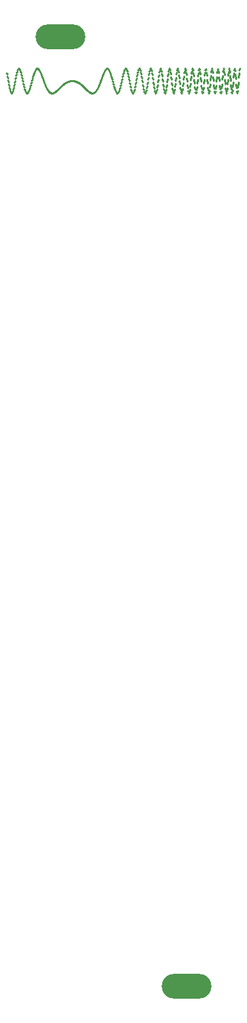
<source format=gtl>
G04 Layer: TopLayer*
G04 EasyEDA v6.5.29, 2023-07-16 15:11:24*
G04 63e7fe2a966c4c1a99b2cd883c34ad4b,5a6b42c53f6a479593ecc07194224c93,10*
G04 Gerber Generator version 0.2*
G04 Scale: 100 percent, Rotated: No, Reflected: No *
G04 Dimensions in millimeters *
G04 leading zeros omitted , absolute positions ,4 integer and 5 decimal *
%FSLAX45Y45*%
%MOMM*%

%ADD10C,0.2540*%
%ADD11O,6.4000126X3.1999936*%

%LPD*%
D10*
X-4229Y12109815D02*
G01*
X4234Y12088850D01*
X4234Y12065848D02*
G01*
X12705Y12041286D01*
X12705Y12016003D02*
G01*
X21170Y11990481D01*
X21170Y11965559D02*
G01*
X29634Y11941683D01*
X29634Y11919612D02*
G01*
X38105Y11899706D01*
X38105Y11882561D02*
G01*
X46570Y11868434D01*
X46570Y11857720D02*
G01*
X55034Y11850545D01*
X55034Y11847065D02*
G01*
X63505Y11847296D01*
X63505Y11851159D02*
G01*
X71970Y11858531D01*
X71970Y11869160D02*
G01*
X80434Y11882798D01*
X80434Y11899038D02*
G01*
X88905Y11917547D01*
X88905Y11937814D02*
G01*
X97370Y11959450D01*
X97370Y11981903D02*
G01*
X105834Y12004756D01*
X105834Y12027463D02*
G01*
X114305Y12049615D01*
X114305Y12070735D02*
G01*
X122770Y12090450D01*
X122770Y12108365D02*
G01*
X131234Y12124176D01*
X131234Y12137603D02*
G01*
X139705Y12148444D01*
X139705Y12156523D02*
G01*
X148170Y12161756D01*
X148170Y12164082D02*
G01*
X156634Y12163511D01*
X156634Y12160120D02*
G01*
X165105Y12154011D01*
X165105Y12145335D02*
G01*
X173570Y12134303D01*
X173570Y12121134D02*
G01*
X182034Y12106107D01*
X182034Y12089488D02*
G01*
X190505Y12071611D01*
X190505Y12052752D02*
G01*
X198970Y12033288D01*
X198970Y12013473D02*
G01*
X207434Y11993699D01*
X207434Y11974202D02*
G01*
X215905Y11955338D01*
X215905Y11937324D02*
G01*
X224370Y11920463D01*
X224370Y11904929D02*
G01*
X232834Y11890976D01*
X232834Y11878716D02*
G01*
X241305Y11868335D01*
X241305Y11859902D02*
G01*
X249770Y11853534D01*
X249770Y11849229D02*
G01*
X258234Y11847034D01*
X258234Y11846918D02*
G01*
X266705Y11848838D01*
X266705Y11852739D02*
G01*
X275170Y11858500D01*
X275170Y11866059D02*
G01*
X283634Y11875218D01*
X283634Y11885896D02*
G01*
X292105Y11897865D01*
X292105Y11911037D02*
G01*
X300570Y11925132D01*
X300570Y11940082D02*
G01*
X309034Y11955574D01*
X309034Y11971553D02*
G01*
X317505Y11987702D01*
X317505Y12003986D02*
G01*
X325970Y12020077D01*
X325970Y12035965D02*
G01*
X334434Y12051339D01*
X334434Y12066209D02*
G01*
X342905Y12080298D01*
X342905Y12093618D02*
G01*
X351370Y12105927D01*
X351370Y12117275D02*
G01*
X359834Y12127445D01*
X359834Y12136493D02*
G01*
X368305Y12144263D01*
X368305Y12150818D02*
G01*
X376770Y12156038D01*
X376770Y12159995D02*
G01*
X385234Y12162637D01*
X385234Y12164001D02*
G01*
X393705Y12164108D01*
X393705Y12162977D02*
G01*
X402170Y12160676D01*
X402170Y12157229D02*
G01*
X410634Y12152734D01*
X410634Y12147189D02*
G01*
X419105Y12140752D01*
X419105Y12133399D02*
G01*
X427570Y12125312D01*
X427570Y12116457D02*
G01*
X436034Y12107037D01*
X436034Y12096998D02*
G01*
X444505Y12086579D01*
X444505Y12075685D02*
G01*
X452970Y12064583D01*
X452970Y12053161D02*
G01*
X461434Y12041690D01*
X461434Y12030044D02*
G01*
X469905Y12018497D01*
X469905Y12006894D02*
G01*
X478370Y11995533D01*
X478370Y11984248D02*
G01*
X486834Y11973303D01*
X486834Y11962531D02*
G01*
X495305Y11952206D01*
X495305Y11942142D02*
G01*
X503770Y11932592D01*
X503770Y11923377D02*
G01*
X512234Y11914733D01*
X512234Y11906478D02*
G01*
X520705Y11898828D01*
X520705Y11891609D02*
G01*
X529170Y11885010D01*
X529170Y11878878D02*
G01*
X537634Y11873364D01*
X537634Y11868335D02*
G01*
X546105Y11863908D01*
X546105Y11859963D02*
G01*
X554570Y11856603D01*
X554570Y11853720D02*
G01*
X563034Y11851388D01*
X563034Y11849521D02*
G01*
X571505Y11848157D01*
X571505Y11847245D02*
G01*
X579970Y11846780D01*
X579970Y11846750D02*
G01*
X588434Y11847116D01*
X588434Y11847878D02*
G01*
X596905Y11848993D01*
X596905Y11850471D02*
G01*
X605370Y11852236D01*
X605370Y11854340D02*
G01*
X613834Y11856676D01*
X613834Y11859313D02*
G01*
X622305Y11862140D01*
X622305Y11865229D02*
G01*
X630770Y11868447D01*
X630770Y11871901D02*
G01*
X639234Y11875442D01*
X639234Y11879181D02*
G01*
X647705Y11882958D01*
X647705Y11886920D02*
G01*
X656170Y11890865D01*
X656170Y11894969D02*
G01*
X664641Y11899026D01*
X664641Y11903212D02*
G01*
X673100Y11907309D01*
X673100Y11911520D02*
G01*
X681570Y11915620D01*
X681570Y11919805D02*
G01*
X690041Y11923854D01*
X690041Y11927972D02*
G01*
X698500Y11931929D01*
X698500Y11935940D02*
G01*
X706970Y11939772D01*
X706970Y11943648D02*
G01*
X715441Y11947319D01*
X715441Y11951035D02*
G01*
X723900Y11954525D01*
X723900Y11958048D02*
G01*
X732370Y11961340D01*
X732370Y11964652D02*
G01*
X740841Y11967728D01*
X740841Y11970816D02*
G01*
X749300Y11973669D01*
X749300Y11976521D02*
G01*
X757770Y11979125D01*
X757770Y11981736D02*
G01*
X766241Y11984093D01*
X766241Y11986455D02*
G01*
X774700Y11988563D01*
X774700Y11990666D02*
G01*
X783170Y11992513D01*
X783170Y11994362D02*
G01*
X791641Y11995942D01*
X791641Y11997524D02*
G01*
X800100Y11998853D01*
X800100Y12000174D02*
G01*
X808570Y12001233D01*
X808570Y12002287D02*
G01*
X817041Y12003082D01*
X817041Y12003874D02*
G01*
X825500Y12004403D01*
X825500Y12004936D02*
G01*
X833970Y12005195D01*
X833970Y12005462D02*
G01*
X842441Y12005462D01*
X842441Y12005462D02*
G01*
X850900Y12005195D01*
X850900Y12004936D02*
G01*
X859370Y12004403D01*
X859370Y12003874D02*
G01*
X867841Y12003082D01*
X867841Y12002287D02*
G01*
X876300Y12001233D01*
X876300Y12000174D02*
G01*
X884770Y11998853D01*
X884770Y11997524D02*
G01*
X893241Y11995942D01*
X893241Y11994362D02*
G01*
X901700Y11992513D01*
X901700Y11990666D02*
G01*
X910170Y11988563D01*
X910170Y11986455D02*
G01*
X918641Y11984093D01*
X918641Y11981743D02*
G01*
X927100Y11979125D01*
X927100Y11976521D02*
G01*
X935570Y11973669D01*
X935570Y11970821D02*
G01*
X944041Y11967728D01*
X944041Y11964652D02*
G01*
X952500Y11961340D01*
X952500Y11958048D02*
G01*
X960970Y11954525D01*
X960970Y11951035D02*
G01*
X969441Y11947319D01*
X969441Y11943648D02*
G01*
X977900Y11939772D01*
X977900Y11935947D02*
G01*
X986370Y11931929D01*
X986370Y11927972D02*
G01*
X994841Y11923854D01*
X994841Y11919805D02*
G01*
X1003300Y11915620D01*
X1003300Y11911520D02*
G01*
X1011770Y11907309D01*
X1011770Y11903212D02*
G01*
X1020241Y11899026D01*
X1020241Y11894969D02*
G01*
X1028700Y11890865D01*
X1028700Y11886920D02*
G01*
X1037170Y11882958D01*
X1037170Y11879181D02*
G01*
X1045641Y11875442D01*
X1045641Y11871901D02*
G01*
X1054100Y11868447D01*
X1054100Y11865229D02*
G01*
X1062570Y11862140D01*
X1062570Y11859318D02*
G01*
X1071041Y11856676D01*
X1071041Y11854340D02*
G01*
X1079500Y11852236D01*
X1079500Y11850471D02*
G01*
X1087970Y11848993D01*
X1087970Y11847878D02*
G01*
X1096441Y11847116D01*
X1096441Y11846750D02*
G01*
X1104900Y11846780D01*
X1104900Y11847245D02*
G01*
X1113370Y11848157D01*
X1113370Y11849521D02*
G01*
X1121841Y11851388D01*
X1121841Y11853720D02*
G01*
X1130300Y11856603D01*
X1130300Y11859958D02*
G01*
X1138770Y11863908D01*
X1138770Y11868330D02*
G01*
X1147241Y11873364D01*
X1147241Y11878871D02*
G01*
X1155700Y11885010D01*
X1155700Y11891601D02*
G01*
X1164170Y11898828D01*
X1164170Y11906465D02*
G01*
X1172641Y11914733D01*
X1172641Y11923364D02*
G01*
X1181100Y11932592D01*
X1181100Y11942130D02*
G01*
X1189570Y11952206D01*
X1189570Y11962513D02*
G01*
X1198041Y11973303D01*
X1198041Y11984230D02*
G01*
X1206500Y11995533D01*
X1206500Y12006877D02*
G01*
X1214970Y12018497D01*
X1214970Y12030019D02*
G01*
X1223441Y12041690D01*
X1223441Y12053138D02*
G01*
X1231900Y12064583D01*
X1231900Y12075665D02*
G01*
X1240370Y12086579D01*
X1240370Y12096973D02*
G01*
X1248841Y12107037D01*
X1248841Y12116432D02*
G01*
X1257300Y12125312D01*
X1257300Y12133379D02*
G01*
X1265770Y12140752D01*
X1265770Y12147179D02*
G01*
X1274241Y12152734D01*
X1274241Y12157217D02*
G01*
X1282700Y12160676D01*
X1282700Y12162972D02*
G01*
X1291170Y12164108D01*
X1291170Y12164001D02*
G01*
X1299641Y12162637D01*
X1299641Y12160008D02*
G01*
X1308100Y12156038D01*
X1308100Y12150836D02*
G01*
X1316570Y12144263D01*
X1316570Y12136518D02*
G01*
X1325041Y12127445D01*
X1325041Y12117306D02*
G01*
X1333500Y12105927D01*
X1333500Y12093661D02*
G01*
X1341970Y12080298D01*
X1341970Y12066259D02*
G01*
X1350441Y12051339D01*
X1350441Y12036016D02*
G01*
X1358900Y12020077D01*
X1358900Y12004042D02*
G01*
X1367370Y11987702D01*
X1367370Y11971616D02*
G01*
X1375841Y11955574D01*
X1375841Y11940138D02*
G01*
X1384300Y11925132D01*
X1384300Y11911093D02*
G01*
X1392770Y11897865D01*
X1392770Y11885947D02*
G01*
X1401241Y11875218D01*
X1401241Y11866090D02*
G01*
X1409700Y11858500D01*
X1409700Y11852757D02*
G01*
X1418170Y11848838D01*
X1418170Y11846923D02*
G01*
X1426641Y11847034D01*
X1426641Y11849211D02*
G01*
X1435100Y11853534D01*
X1435100Y11859872D02*
G01*
X1443570Y11868335D01*
X1443570Y11878660D02*
G01*
X1452041Y11890976D01*
X1452041Y11904855D02*
G01*
X1460500Y11920463D01*
X1460500Y11937237D02*
G01*
X1468970Y11955338D01*
X1468970Y11974103D02*
G01*
X1477441Y11993699D01*
X1477441Y12013369D02*
G01*
X1485900Y12033288D01*
X1485900Y12052653D02*
G01*
X1494370Y12071611D01*
X1494370Y12089389D02*
G01*
X1502841Y12106107D01*
X1502841Y12121052D02*
G01*
X1511300Y12134303D01*
X1511300Y12145274D02*
G01*
X1519770Y12154011D01*
X1519770Y12160095D02*
G01*
X1528241Y12163511D01*
X1528241Y12164087D02*
G01*
X1536700Y12161756D01*
X1536700Y12156567D02*
G01*
X1545170Y12148444D01*
X1545170Y12137684D02*
G01*
X1553641Y12124176D01*
X1553641Y12108477D02*
G01*
X1562100Y12090450D01*
X1562100Y12070877D02*
G01*
X1570570Y12049615D01*
X1570570Y12027618D02*
G01*
X1579041Y12004756D01*
X1579041Y11982066D02*
G01*
X1587500Y11959450D01*
X1587500Y11937969D02*
G01*
X1595970Y11917547D01*
X1595970Y11899168D02*
G01*
X1604441Y11882798D01*
X1604441Y11869254D02*
G01*
X1612900Y11858531D01*
X1612900Y11851203D02*
G01*
X1621370Y11847296D01*
X1621370Y11847052D02*
G01*
X1629841Y11850545D01*
X1629841Y11857644D02*
G01*
X1638300Y11868434D01*
X1638300Y11882432D02*
G01*
X1646770Y11899706D01*
X1646770Y11919427D02*
G01*
X1655241Y11941683D01*
X1655241Y11965348D02*
G01*
X1663700Y11990481D01*
X1663700Y12015774D02*
G01*
X1672170Y12041286D01*
X1672170Y12065632D02*
G01*
X1680641Y12088850D01*
X1680641Y12109635D02*
G01*
X1689100Y12127984D01*
X1689100Y12142848D02*
G01*
X1697570Y12154184D01*
X1697570Y12161316D02*
G01*
X1706041Y12164174D01*
X1706041Y12162538D02*
G01*
X1714500Y12156343D01*
X1714500Y12145881D02*
G01*
X1722970Y12131093D01*
X1722970Y12112774D02*
G01*
X1731441Y12090890D01*
X1731441Y12066681D02*
G01*
X1739900Y12040133D01*
X1739900Y12012805D02*
G01*
X1748370Y11984708D01*
X1748370Y11957545D02*
G01*
X1756841Y11931365D01*
X1756841Y11907794D02*
G01*
X1765300Y11886890D01*
X1765300Y11870021D02*
G01*
X1773770Y11857253D01*
X1773770Y11849460D02*
G01*
X1782241Y11846712D01*
X1782241Y11849260D02*
G01*
X1790700Y11857179D01*
X1790700Y11870004D02*
G01*
X1799170Y11887776D01*
X1799170Y11909374D02*
G01*
X1807641Y11934812D01*
X1807641Y11962401D02*
G01*
X1816100Y11992112D01*
X1816100Y12021931D02*
G01*
X1824570Y12051779D01*
X1824570Y12079584D02*
G01*
X1833041Y12105225D01*
X1833041Y12126882D02*
G01*
X1841500Y12144430D01*
X1841500Y12156559D02*
G01*
X1849970Y12163170D01*
X1849970Y12163709D02*
G01*
X1858441Y12158103D01*
X1858441Y12146681D02*
G01*
X1866900Y12129437D01*
X1866900Y12107557D02*
G01*
X1875370Y12081103D01*
X1875370Y12052007D02*
G01*
X1883841Y12020356D01*
X1883841Y11988558D02*
G01*
X1892300Y11956745D01*
X1892300Y11927395D02*
G01*
X1900770Y11900674D01*
X1900770Y11878703D02*
G01*
X1909241Y11861670D01*
X1909241Y11850971D02*
G01*
X1917700Y11846750D01*
X1917700Y11849417D02*
G01*
X1926170Y11859028D01*
X1926170Y11874883D02*
G01*
X1934641Y11896961D01*
X1934641Y11923501D02*
G01*
X1943100Y11954395D01*
X1943100Y11987095D02*
G01*
X1951570Y12021411D01*
X1951570Y12054459D02*
G01*
X1960041Y12085985D01*
X1960041Y12113282D02*
G01*
X1968500Y12136097D01*
X1968500Y12152406D02*
G01*
X1976970Y12162010D01*
X1976970Y12164001D02*
G01*
X1985441Y12158284D01*
X1985441Y12145269D02*
G01*
X1993900Y12124997D01*
X1993900Y12099211D02*
G01*
X2002370Y12068063D01*
X2002370Y12034354D02*
G01*
X2010841Y11998325D01*
X2010841Y11963288D02*
G01*
X2019300Y11929567D01*
X2019300Y11900321D02*
G01*
X2027770Y11875863D01*
X2027770Y11858556D02*
G01*
X2036241Y11848635D01*
X2036241Y11847134D02*
G01*
X2044700Y11854141D01*
X2044700Y11869066D02*
G01*
X2053170Y11891850D01*
X2053170Y11920326D02*
G01*
X2061641Y11954271D01*
X2061641Y11990362D02*
G01*
X2070100Y12028251D01*
X2070100Y12064144D02*
G01*
X2078570Y12097649D01*
X2078570Y12125325D02*
G01*
X2087041Y12146818D01*
X2087041Y12159853D02*
G01*
X2095500Y12164207D01*
X2095500Y12159338D02*
G01*
X2103970Y12145218D01*
X2103970Y12123242D02*
G01*
X2112441Y12093587D01*
X2112441Y12059351D02*
G01*
X2120900Y12020890D01*
X2120900Y11982307D02*
G01*
X2129370Y11944083D01*
X2129370Y11910380D02*
G01*
X2137841Y11881662D01*
X2137841Y11861142D02*
G01*
X2146300Y11849155D01*
X2146300Y11847128D02*
G01*
X2154770Y11855170D01*
X2154770Y11872465D02*
G01*
X2163241Y11898876D01*
X2163241Y11931464D02*
G01*
X2171700Y11969849D01*
X2171700Y12009661D02*
G01*
X2180170Y12050364D01*
X2180170Y12087212D02*
G01*
X2188641Y12119663D01*
X2188641Y12143836D02*
G01*
X2197100Y12159325D01*
X2197100Y12164207D02*
G01*
X2205570Y12158309D01*
X2205570Y12142254D02*
G01*
X2214041Y12116178D01*
X2214041Y12083188D02*
G01*
X2222500Y12043704D01*
X2222500Y12002554D02*
G01*
X2230970Y11960331D01*
X2230970Y11922292D02*
G01*
X2239441Y11889071D01*
X2239441Y11864893D02*
G01*
X2247900Y11850204D01*
X2247900Y11846961D02*
G01*
X2256370Y11855312D01*
X2256370Y11874289D02*
G01*
X2264841Y11903664D01*
X2264841Y11939699D02*
G01*
X2273300Y11981873D01*
X2273300Y12024680D02*
G01*
X2281770Y12067418D01*
X2281770Y12104403D02*
G01*
X2290241Y12134961D01*
X2290241Y12154949D02*
G01*
X2298700Y12163920D01*
X2298700Y12160577D02*
G01*
X2307170Y12144877D01*
X2307170Y12118868D02*
G01*
X2315641Y12082934D01*
X2315641Y12041962D02*
G01*
X2324100Y11996643D01*
X2324100Y11953293D02*
G01*
X2332570Y11912706D01*
X2332570Y11880644D02*
G01*
X2341041Y11857763D01*
X2341041Y11847400D02*
G01*
X2349500Y11849849D01*
X2349500Y11864863D02*
G01*
X2357970Y11892241D01*
X2357970Y11928109D02*
G01*
X2366441Y11971832D01*
X2366441Y12017052D02*
G01*
X2374900Y12062896D01*
X2374900Y12102566D02*
G01*
X2383370Y12135220D01*
X2383370Y12155926D02*
G01*
X2391841Y12164169D01*
X2391841Y12158606D02*
G01*
X2400300Y12139241D01*
X2400300Y12108942D02*
G01*
X2408770Y12068235D01*
X2408770Y12023333D02*
G01*
X2417241Y11975132D01*
X2417241Y11931116D02*
G01*
X2425700Y11892241D01*
X2425700Y11864665D02*
G01*
X2434170Y11849056D01*
X2434170Y11847972D02*
G01*
X2442641Y11861551D01*
X2442641Y11887728D02*
G01*
X2451100Y11926013D01*
X2451100Y11970308D02*
G01*
X2459570Y12019681D01*
X2459570Y12066104D02*
G01*
X2468041Y12108520D01*
X2468041Y12139909D02*
G01*
X2476500Y12159493D01*
X2476500Y12163920D02*
G01*
X2484970Y12152988D01*
X2484970Y12128418D02*
G01*
X2493441Y12090679D01*
X2493441Y12046079D02*
G01*
X2501900Y11995602D01*
X2501900Y11947842D02*
G01*
X2510370Y11903930D01*
X2510370Y11871479D02*
G01*
X2518841Y11851345D01*
X2518841Y11847103D02*
G01*
X2527300Y11858972D01*
X2527300Y11884980D02*
G01*
X2535770Y11924593D01*
X2535770Y11970877D02*
G01*
X2544241Y12022757D01*
X2544241Y12070984D02*
G01*
X2552700Y12114342D01*
X2552700Y12144982D02*
G01*
X2561170Y12162048D01*
X2561170Y12162345D02*
G01*
X2569641Y12145746D01*
X2569641Y12115198D02*
G01*
X2578100Y12071380D01*
X2578100Y12022310D02*
G01*
X2586570Y11969229D01*
X2586570Y11922013D02*
G01*
X2595041Y11881934D01*
X2595041Y11856585D02*
G01*
X2603500Y11846730D01*
X2603500Y11854334D02*
G01*
X2611970Y11879323D01*
X2611970Y11917009D02*
G01*
X2620441Y11966481D01*
X2620441Y12018243D02*
G01*
X2628900Y12070928D01*
X2628900Y12114263D02*
G01*
X2637370Y12147021D01*
X2637370Y12162693D02*
G01*
X2645841Y12160745D01*
X2645841Y12141454D02*
G01*
X2654300Y12105225D01*
X2654300Y12059213D02*
G01*
X2662770Y12004624D01*
X2662770Y11952411D02*
G01*
X2671241Y11904042D01*
X2671241Y11869376D02*
G01*
X2679700Y11849483D01*
X2679700Y11848518D02*
G01*
X2688170Y11866636D01*
X2688170Y11900204D02*
G01*
X2696641Y11948363D01*
X2696641Y12001164D02*
G01*
X2705100Y12057118D01*
X2705100Y12104489D02*
G01*
X2713570Y12141857D01*
X2713570Y12161248D02*
G01*
X2722041Y12161979D01*
X2722041Y12143785D02*
G01*
X2730500Y12107092D01*
X2730500Y12059686D02*
G01*
X2738970Y12002902D01*
X2738970Y11949000D02*
G01*
X2747441Y11899607D01*
X2747441Y11865546D02*
G01*
X2755900Y11847934D01*
X2755900Y11850743D02*
G01*
X2764370Y11874022D01*
X2764370Y11912699D02*
G01*
X2772841Y11965706D01*
X2772841Y12021251D02*
G01*
X2781300Y12077656D01*
X2781300Y12122200D02*
G01*
X2789770Y12153435D01*
X2789770Y12164194D02*
G01*
X2798241Y12154016D01*
X2798241Y12125119D02*
G01*
X2806700Y12078294D01*
X2806700Y12024253D02*
G01*
X2815170Y11964652D01*
X2815170Y11913313D02*
G01*
X2823641Y11871919D01*
X2823641Y11850222D02*
G01*
X2832100Y11849031D01*
X2832100Y11868726D02*
G01*
X2840570Y11908805D01*
X2840570Y11959846D02*
G01*
X2849041Y12020257D01*
X2849041Y12075629D02*
G01*
X2857500Y12124115D01*
X2857500Y12153986D02*
G01*
X2865970Y12164156D01*
X2865970Y12152045D02*
G01*
X2874441Y12117938D01*
X2874441Y12070059D02*
G01*
X2882900Y12009927D01*
X2882900Y11952305D02*
G01*
X2891370Y11899130D01*
X2891370Y11863641D02*
G01*
X2899841Y11847121D01*
X2899841Y11853806D02*
G01*
X2908300Y11883598D01*
X2908300Y11929107D02*
G01*
X2916770Y11988868D01*
X2916770Y12047791D02*
G01*
X2925241Y12103856D01*
X2925241Y12142718D02*
G01*
X2933700Y12162947D01*
X2933700Y12159239D02*
G01*
X2942170Y12131593D01*
X2942170Y12087064D02*
G01*
X2950641Y12027093D01*
X2950641Y11967268D02*
G01*
X2959100Y11909686D01*
X2959100Y11869483D02*
G01*
X2967570Y11848175D01*
X2967570Y11851492D02*
G01*
X2976041Y11879460D01*
X2976041Y11924723D02*
G01*
X2984500Y11985779D01*
X2984500Y12046320D02*
G01*
X2992970Y12104184D01*
X2992970Y12143712D02*
G01*
X3001441Y12163394D01*
D11*
G01*
X685800Y12573000D03*
G01*
X2311400Y330200D03*
M02*

</source>
